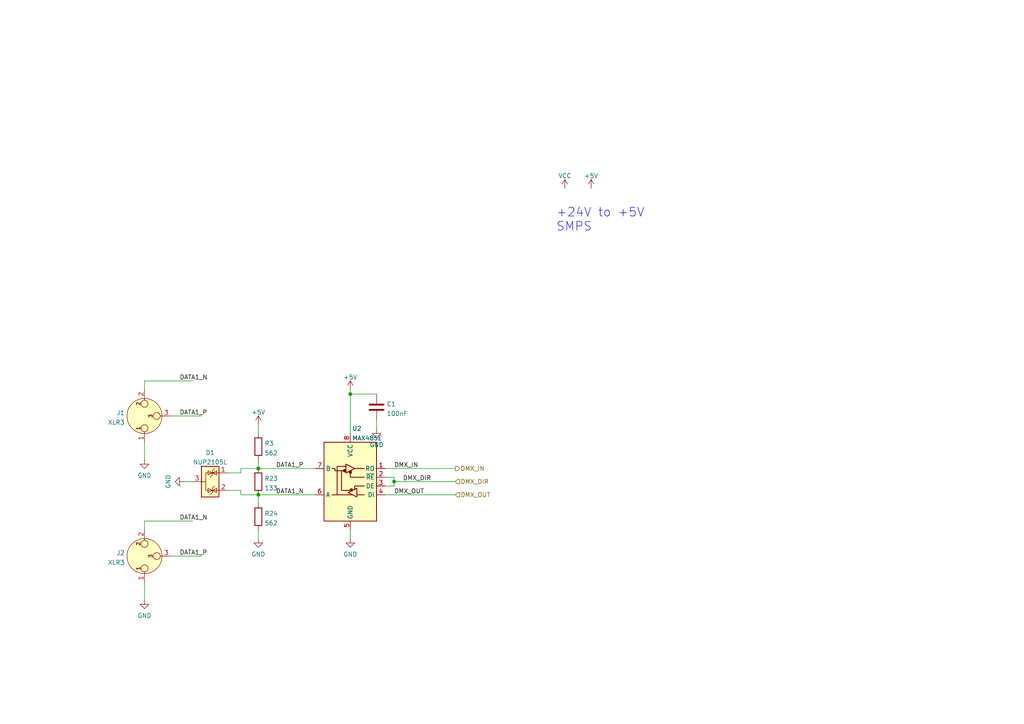
<source format=kicad_sch>
(kicad_sch (version 20211123) (generator eeschema)
  (paper "A4")
  (lib_symbols
    (symbol "Connector:XLR3" (pin_names hide)
      (property "Reference" "J" (at 0 8.89 0))
      (property "Value" "XLR3" (at 0 6.35 0))
      (symbol "XLR3_0_1"
        (circle (center -3.556 0) (radius 1.016))
        (circle (center 0 -3.556) (radius 1.016))
        (polyline (pts (xy -5.08 0) (xy -4.572 0)))
        (polyline (pts (xy 0 -5.08) (xy 0 -4.572)))
        (polyline (pts (xy 5.08 0) (xy 4.572 0)))
        (circle (center 0 0) (radius 5.08) (fill (type background)))
        (circle (center 3.556 0) (radius 1.016))
        (text "1" (at -3.556 1.778 0) (effects (font (size 1.016 1.016) bold)))
        (text "2" (at 3.556 1.778 0) (effects (font (size 1.016 1.016) bold)))
        (text "3" (at 0 -1.778 0) (effects (font (size 1.016 1.016) bold)))
        (pin passive line (at -7.62 0 0) (length 2.54) (name "~") (number "1"))
        (pin passive line (at 7.62 0 180) (length 2.54) (name "~") (number "2"))
        (pin passive line (at 0 -7.62 90) (length 2.54) (name "~") (number "3"))
      )
    )
    (symbol "Device:C" (pin_numbers hide) (pin_names (offset 0.254))
      (property "Reference" "C" (at 0.635 2.54 0))
      (property "Value" "C" (at 0.635 -2.54 0))
      (symbol "C_0_1"
        (polyline (pts (xy -2.032 -0.762) (xy 2.032 -0.762)) (stroke (width 0.508)))
        (polyline (pts (xy -2.032 0.762) (xy 2.032 0.762)) (stroke (width 0.508)))
      )
      (symbol "C_1_1"
        (pin passive line (at 0 3.81 270) (length 2.794) (name "~") (number "1"))
        (pin passive line (at 0 -3.81 90) (length 2.794) (name "~") (number "2"))
      )
    )
    (symbol "Device:R" (pin_numbers hide) (pin_names (offset 0))
      (property "Reference" "R" (at 2.032 0 90))
      (property "Value" "R" (at 0 0 90))
      (symbol "R_0_1"
        (rectangle (start -1.016 -2.54) (end 1.016 2.54) (stroke (width 0.254)))
      )
      (symbol "R_1_1"
        (pin passive line (at 0 3.81 270) (length 1.27) (name "~") (number "1"))
        (pin passive line (at 0 -3.81 90) (length 1.27) (name "~") (number "2"))
      )
    )
    (symbol "Interface_UART:MAX485E"
      (property "Reference" "U" (at -6.096 11.43 0))
      (property "Value" "MAX485E" (at 0.762 11.43 0))
      (symbol "MAX485E_0_1"
        (rectangle (start -7.62 10.16) (end 7.62 -12.7) (stroke (width 0.254)) (fill (type background)))
        (circle (center -0.3048 -3.683) (radius 0.3556) (stroke (width 0.254)) (fill (type outline)))
        (circle (center -0.0254 1.4986) (radius 0.3556) (stroke (width 0.254)) (fill (type outline)))
        (polyline (pts (xy -4.064 -5.08) (xy -1.905 -5.08)) (stroke (width 0.254)))
        (polyline (pts (xy -4.064 2.54) (xy -1.27 2.54)) (stroke (width 0.254)))
        (polyline (pts (xy -1.27 -3.2004) (xy -1.27 -3.4544)) (stroke (width 0.254)))
        (polyline (pts (xy -0.635 -5.08) (xy 5.334 -5.08)) (stroke (width 0.254)))
        (polyline (pts (xy -4.064 -2.54) (xy -1.27 -2.54) (xy -1.27 -3.175)) (stroke (width 0.254)))
        (polyline (pts (xy 0 1.27) (xy 0 0) (xy -4.064 0)) (stroke (width 0.254)))
        (polyline (pts (xy 1.27 3.175) (xy 3.81 3.175) (xy 3.81 -5.08)) (stroke (width 0.254)))
        (polyline (pts (xy 2.54 1.905) (xy 2.54 -3.81) (xy 0 -3.81)) (stroke (width 0.254)))
        (polyline (pts (xy -1.905 -3.175) (xy -1.905 -5.715) (xy 0.635 -4.445) (xy -1.905 -3.175)) (stroke (width 0.254)))
        (polyline (pts (xy -1.27 2.54) (xy 1.27 3.81) (xy 1.27 1.27) (xy -1.27 2.54)) (stroke (width 0.254)))
        (polyline (pts (xy 1.905 1.905) (xy 4.445 1.905) (xy 4.445 2.54) (xy 5.334 2.54)) (stroke (width 0.254)))
        (rectangle (start 1.27 3.175) (end 1.27 3.175))
        (circle (center 1.651 1.905) (radius 0.3556) (stroke (width 0.254)) (fill (type outline)))
      )
      (symbol "MAX485E_1_1"
        (pin output line (at -10.16 2.54 0) (length 2.54) (name "RO") (number "1"))
        (pin input line (at -10.16 0 0) (length 2.54) (name "~{RE}") (number "2"))
        (pin input line (at -10.16 -2.54 0) (length 2.54) (name "DE") (number "3"))
        (pin input line (at -10.16 -5.08 0) (length 2.54) (name "DI") (number "4"))
        (pin power_in line (at 0 -15.24 90) (length 2.54) (name "GND") (number "5"))
        (pin bidirectional line (at 10.16 -5.08 180) (length 2.54) (name "A") (number "6"))
        (pin bidirectional line (at 10.16 2.54 180) (length 2.54) (name "B") (number "7"))
        (pin power_in line (at 0 12.7 270) (length 2.54) (name "VCC") (number "8"))
      )
    )
    (symbol "Power_Protection:NUP2105L" (pin_names hide)
      (property "Reference" "D" (at 5.715 2.54 0))
      (property "Value" "NUP2105L" (at 5.715 0.635 0))
      (symbol "NUP2105L_0_0"
        (pin passive line (at 0 -5.08 90) (length 2.54) (name "A") (number "3"))
      )
      (symbol "NUP2105L_0_1"
        (rectangle (start -4.445 2.54) (end 4.445 -2.54) (stroke (width 0.254)) (fill (type background)))
        (polyline (pts (xy -2.54 2.54) (xy -2.54 0.635)))
        (polyline (pts (xy 0 -1.27) (xy 0 -2.54)))
        (polyline (pts (xy 2.54 2.54) (xy 2.54 0.635)))
        (polyline (pts (xy -3.81 1.27) (xy -3.175 0.635) (xy -1.905 0.635) (xy -1.27 0)))
        (polyline (pts (xy -2.54 0.635) (xy -2.54 -1.27) (xy 2.54 -1.27) (xy 2.54 0.635)))
        (polyline (pts (xy -2.54 0.635) (xy -1.905 -0.635) (xy -3.175 -0.635) (xy -2.54 0.635)))
        (polyline (pts (xy 2.54 0.635) (xy 1.905 -0.635) (xy 3.175 -0.635) (xy 2.54 0.635)))
        (polyline (pts (xy 2.54 0.635) (xy 3.175 1.905) (xy 1.905 1.905) (xy 2.54 0.635)))
        (polyline (pts (xy -2.54 0.635) (xy -3.175 1.905) (xy -1.905 1.905) (xy -2.54 0.635) (xy -2.54 1.27)))
        (polyline (pts (xy 1.27 1.27) (xy 1.905 0.635) (xy 2.54 0.635) (xy 3.175 0.635) (xy 3.81 0)))
      )
      (symbol "NUP2105L_1_1"
        (pin passive line (at -2.54 5.08 270) (length 2.54) (name "K") (number "1"))
        (pin passive line (at 2.54 5.08 270) (length 2.54) (name "K") (number "2"))
      )
    )
    (symbol "power:+5V" (power) (pin_names (offset 0))
      (property "Value" "+5V" (at 0 3.556 0))
      (symbol "+5V_0_1"
        (polyline (pts (xy -0.762 1.27) (xy 0 2.54)))
        (polyline (pts (xy 0 0) (xy 0 2.54)))
        (polyline (pts (xy 0 2.54) (xy 0.762 1.27)))
      )
      (symbol "+5V_1_1"
        (pin power_in line (at 0 0 90) (length 0) hide (name "+5V") (number "1"))
      )
    )
    (symbol "power:GND" (power) (pin_names (offset 0))
      (property "Value" "GND" (at 0 -3.81 0))
      (symbol "GND_0_1"
        (polyline (pts (xy 0 0) (xy 0 -1.27) (xy 1.27 -1.27) (xy 0 -2.54) (xy -1.27 -1.27) (xy 0 -1.27)))
      )
      (symbol "GND_1_1"
        (pin power_in line (at 0 0 270) (length 0) hide (name "GND") (number "1"))
      )
    )
    (symbol "power:VCC" (power) (pin_names (offset 0))
      (property "Value" "VCC" (at 0 3.81 0))
      (symbol "VCC_0_1"
        (polyline (pts (xy -0.762 1.27) (xy 0 2.54)))
        (polyline (pts (xy 0 0) (xy 0 2.54)))
        (polyline (pts (xy 0 2.54) (xy 0.762 1.27)))
      )
      (symbol "VCC_1_1"
        (pin power_in line (at 0 0 90) (length 0) hide (name "VCC") (number "1"))
      )
    )
  )
  (junction (at 74.93 143.51))
  (junction (at 74.93 135.89))
  (junction (at 101.6 114.3))
  (junction (at 114.3 139.7))
  (wire (pts (xy 66.04 142.24) (xy 69.85 142.24)))
  (wire (pts (xy 111.76 143.51) (xy 132.08 143.51)))
  (wire (pts (xy 49.53 161.29) (xy 58.42 161.29)))
  (wire (pts (xy 69.85 135.89) (xy 69.85 137.16)))
  (wire (pts (xy 74.93 153.67) (xy 74.93 156.21)))
  (wire (pts (xy 41.91 153.67) (xy 41.91 151.13)))
  (wire (pts (xy 41.91 113.03) (xy 41.91 110.49)))
  (wire (pts (xy 109.22 121.92) (xy 109.22 124.46)))
  (wire (pts (xy 69.85 143.51) (xy 74.93 143.51)))
  (wire (pts (xy 74.93 135.89) (xy 91.44 135.89)))
  (wire (pts (xy 69.85 142.24) (xy 69.85 143.51)))
  (wire (pts (xy 101.6 153.67) (xy 101.6 156.21)))
  (wire (pts (xy 41.91 110.49) (xy 55.88 110.49)))
  (wire (pts (xy 74.93 135.89) (xy 69.85 135.89)))
  (wire (pts (xy 114.3 139.7) (xy 132.08 139.7)))
  (wire (pts (xy 114.3 139.7) (xy 114.3 140.97)))
  (wire (pts (xy 74.93 133.35) (xy 74.93 135.89)))
  (wire (pts (xy 111.76 135.89) (xy 132.08 135.89)))
  (wire (pts (xy 74.93 123.19) (xy 74.93 125.73)))
  (wire (pts (xy 55.88 139.7) (xy 53.34 139.7)))
  (wire (pts (xy 111.76 138.43) (xy 114.3 138.43)))
  (wire (pts (xy 74.93 143.51) (xy 91.44 143.51)))
  (wire (pts (xy 41.91 151.13) (xy 55.88 151.13)))
  (wire (pts (xy 114.3 138.43) (xy 114.3 139.7)))
  (wire (pts (xy 101.6 114.3) (xy 101.6 125.73)))
  (wire (pts (xy 66.04 137.16) (xy 69.85 137.16)))
  (wire (pts (xy 41.91 128.27) (xy 41.91 133.35)))
  (wire (pts (xy 101.6 113.03) (xy 101.6 114.3)))
  (wire (pts (xy 111.76 140.97) (xy 114.3 140.97)))
  (wire (pts (xy 41.91 168.91) (xy 41.91 173.99)))
  (wire (pts (xy 74.93 143.51) (xy 74.93 146.05)))
  (wire (pts (xy 49.53 120.65) (xy 58.42 120.65)))
  (wire (pts (xy 101.6 114.3) (xy 109.22 114.3)))
  (text "+24V to +5V\nSMPS" (at 161.29 67.31 0) (effects (font (size 2.54 2.54)) (justify left bottom)))
  (label "DMX_IN" (at 114.3 135.89 0))
  (label "DATA1_P" (at 52.07 120.65 0))
  (label "DATA1_N" (at 52.07 151.13 0))
  (label "DATA1_N" (at 80.01 143.51 0))
  (label "DATA1_P" (at 52.07 161.29 0))
  (label "DATA1_N" (at 52.07 110.49 0))
  (label "DMX_OUT" (at 114.3 143.51 0))
  (label "DATA1_P" (at 80.01 135.89 0))
  (label "DMX_DIR" (at 116.84 139.7 0))
  (hierarchical_label "DMX_OUT" (shape input) (at 132.08 143.51 0))
  (hierarchical_label "DMX_DIR" (shape input) (at 132.08 139.7 0))
  (hierarchical_label "DMX_IN" (shape output) (at 132.08 135.89 0))
  (symbol (lib_id "power:GND") (at 41.91 173.99 0) (unit 1)
    (property "Reference" "#PWR0108" (effects hide))
    (property "Value" "GND" (at 41.91 178.5525 0))
  )
  (symbol (lib_id "power:+5V") (at 171.45 54.61 0) (unit 1)
    (property "Reference" "#PWR09" (effects hide))
    (property "Value" "+5V" (at 171.45 51.0055 0))
  )
  (symbol (lib_id "Connector:XLR3") (at 41.91 161.29 90) (unit 1)
    (property "Reference" "J2" (at 36.1951 160.3815 90) (effects (justify left)))
    (property "Value" "XLR3" (at 36.1951 163.1566 90) (effects (justify left)))
    (property "Footprint" "Connector_Audio:Jack_XLR_Neutrik_NC3FAAH-0_Horizontal" (effects hide))
    (property "Datasheet" " ~" (effects hide))
  )
  (symbol (lib_id "Device:R") (at 74.93 149.86 0) (unit 1)
    (property "Reference" "R24" (at 76.708 148.9515 0) (effects (justify left)))
    (property "Value" "562" (at 76.708 151.7266 0) (effects (justify left)))
    (property "Footprint" "Resistor_SMD:R_0402_1005Metric" (effects hide))
  )
  (symbol (lib_id "Interface_UART:MAX485E") (at 101.6 138.43 0) (mirror y) (unit 1)
    (property "Reference" "U2" (at 102.1206 124.3035 0) (effects (justify right)))
    (property "Value" "MAX485E" (at 102.1206 127.0786 0) (effects (justify right)))
    (property "Footprint" "Package_SO:SOIC-8_3.9x4.9mm_P1.27mm" (effects hide))
    (property "Datasheet" "https://datasheets.maximintegrated.com/en/ds/MAX1487E-MAX491E.pdf" (effects hide))
    (property "LCSC" "C481667" (effects hide))
  )
  (symbol (lib_id "Power_Protection:NUP2105L") (at 60.96 139.7 270) (unit 1)
    (property "Reference" "D1" (at 60.96 131.2885 90))
    (property "Value" "NUP2105L" (at 60.96 134.0636 90))
    (property "Footprint" "Package_TO_SOT_SMD:SOT-23" (effects hide))
    (property "Datasheet" "http://www.onsemi.com/pub_link/Collateral/NUP2105L-D.PDF" (effects hide))
  )
  (symbol (lib_id "Connector:XLR3") (at 41.91 120.65 90) (unit 1)
    (property "Reference" "J1" (at 36.1951 119.7415 90) (effects (justify left)))
    (property "Value" "XLR3" (at 36.1951 122.5166 90) (effects (justify left)))
    (property "Footprint" "Connector_Audio:Jack_XLR_Neutrik_NC3FAAH-0_Horizontal" (effects hide))
    (property "Datasheet" " ~" (effects hide))
  )
  (symbol (lib_id "power:VCC") (at 163.83 54.61 0) (unit 1)
    (property "Reference" "#PWR0127" (effects hide))
    (property "Value" "VCC" (at 163.83 51.0055 0))
  )
  (symbol (lib_id "power:GND") (at 109.22 124.46 0) (unit 1)
    (property "Reference" "#PWR0130" (effects hide))
    (property "Value" "GND" (at 109.22 129.0225 0))
  )
  (symbol (lib_id "power:GND") (at 101.6 156.21 0) (unit 1)
    (property "Reference" "#PWR0129" (effects hide))
    (property "Value" "GND" (at 101.6 160.7725 0))
  )
  (symbol (lib_id "power:GND") (at 53.34 139.7 270) (mirror x) (unit 1)
    (property "Reference" "#PWR0111" (effects hide))
    (property "Value" "GND" (at 48.7775 139.7 0))
  )
  (symbol (lib_id "power:+5V") (at 101.6 113.03 0) (unit 1)
    (property "Reference" "#PWR0126" (effects hide))
    (property "Value" "+5V" (at 101.6 109.4255 0))
  )
  (symbol (lib_id "Device:R") (at 74.93 129.54 0) (unit 1)
    (property "Reference" "R3" (at 76.708 128.6315 0) (effects (justify left)))
    (property "Value" "562" (at 76.708 131.4066 0) (effects (justify left)))
    (property "Footprint" "Resistor_SMD:R_0402_1005Metric" (effects hide))
  )
  (symbol (lib_id "Device:R") (at 74.93 139.7 0) (unit 1)
    (property "Reference" "R23" (at 76.708 138.7915 0) (effects (justify left)))
    (property "Value" "133" (at 76.708 141.5666 0) (effects (justify left)))
    (property "Footprint" "Resistor_SMD:R_0402_1005Metric" (effects hide))
  )
  (symbol (lib_id "Device:C") (at 109.22 118.11 0) (unit 1)
    (property "Reference" "C1" (at 112.141 117.2015 0) (effects (justify left)))
    (property "Value" "100nF" (at 112.141 119.9766 0) (effects (justify left)))
    (property "Footprint" "Capacitor_SMD:C_0402_1005Metric" (effects hide))
    (property "Voltage" "16V" (effects hide))
    (property "LCSC" "C1525" (effects hide))
  )
  (symbol (lib_id "power:+5V") (at 74.93 123.19 0) (unit 1)
    (property "Reference" "#PWR0125" (effects hide))
    (property "Value" "+5V" (at 74.93 119.5855 0))
  )
  (symbol (lib_id "power:GND") (at 41.91 133.35 0) (unit 1)
    (property "Reference" "#PWR0112" (effects hide))
    (property "Value" "GND" (at 41.91 137.9125 0))
  )
  (symbol (lib_id "power:GND") (at 74.93 156.21 0) (unit 1)
    (property "Reference" "#PWR0110" (effects hide))
    (property "Value" "GND" (at 74.93 160.7725 0))
  )
)
</source>
